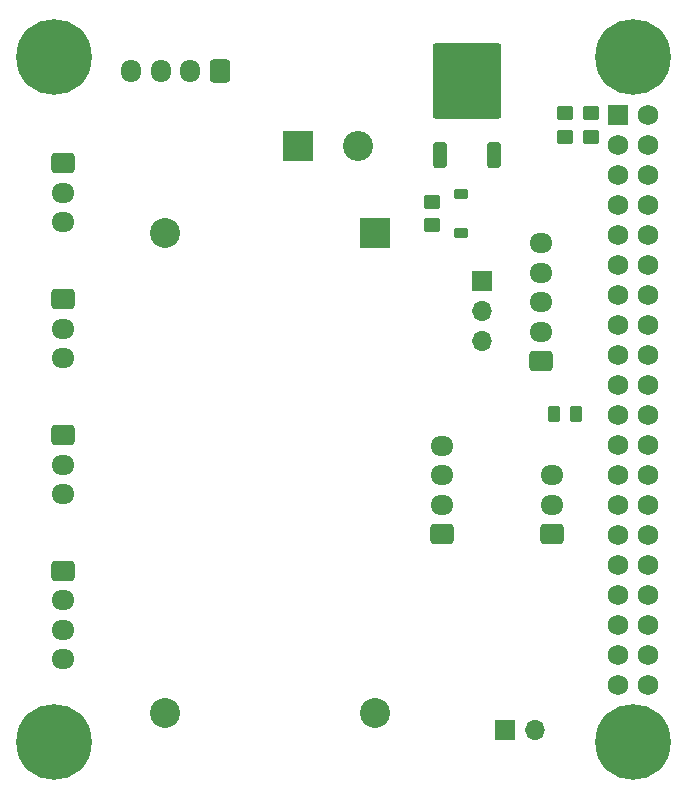
<source format=gbr>
%TF.GenerationSoftware,KiCad,Pcbnew,7.0.2*%
%TF.CreationDate,2024-02-29T19:29:45+01:00*%
%TF.ProjectId,CDFR,43444652-2e6b-4696-9361-645f70636258,rev?*%
%TF.SameCoordinates,Original*%
%TF.FileFunction,Soldermask,Top*%
%TF.FilePolarity,Negative*%
%FSLAX46Y46*%
G04 Gerber Fmt 4.6, Leading zero omitted, Abs format (unit mm)*
G04 Created by KiCad (PCBNEW 7.0.2) date 2024-02-29 19:29:45*
%MOMM*%
%LPD*%
G01*
G04 APERTURE LIST*
G04 Aperture macros list*
%AMRoundRect*
0 Rectangle with rounded corners*
0 $1 Rounding radius*
0 $2 $3 $4 $5 $6 $7 $8 $9 X,Y pos of 4 corners*
0 Add a 4 corners polygon primitive as box body*
4,1,4,$2,$3,$4,$5,$6,$7,$8,$9,$2,$3,0*
0 Add four circle primitives for the rounded corners*
1,1,$1+$1,$2,$3*
1,1,$1+$1,$4,$5*
1,1,$1+$1,$6,$7*
1,1,$1+$1,$8,$9*
0 Add four rect primitives between the rounded corners*
20,1,$1+$1,$2,$3,$4,$5,0*
20,1,$1+$1,$4,$5,$6,$7,0*
20,1,$1+$1,$6,$7,$8,$9,0*
20,1,$1+$1,$8,$9,$2,$3,0*%
G04 Aperture macros list end*
%ADD10RoundRect,0.250000X-0.725000X0.600000X-0.725000X-0.600000X0.725000X-0.600000X0.725000X0.600000X0*%
%ADD11O,1.950000X1.700000*%
%ADD12RoundRect,0.250000X0.725000X-0.600000X0.725000X0.600000X-0.725000X0.600000X-0.725000X-0.600000X0*%
%ADD13RoundRect,0.250000X0.600000X0.725000X-0.600000X0.725000X-0.600000X-0.725000X0.600000X-0.725000X0*%
%ADD14O,1.700000X1.950000*%
%ADD15RoundRect,0.250000X0.350000X-0.850000X0.350000X0.850000X-0.350000X0.850000X-0.350000X-0.850000X0*%
%ADD16RoundRect,0.249997X2.650003X-2.950003X2.650003X2.950003X-2.650003X2.950003X-2.650003X-2.950003X0*%
%ADD17RoundRect,0.250000X0.450000X-0.350000X0.450000X0.350000X-0.450000X0.350000X-0.450000X-0.350000X0*%
%ADD18RoundRect,0.250000X-0.262500X-0.450000X0.262500X-0.450000X0.262500X0.450000X-0.262500X0.450000X0*%
%ADD19R,1.700000X1.700000*%
%ADD20O,1.700000X1.700000*%
%ADD21RoundRect,0.102000X-0.762000X0.762000X-0.762000X-0.762000X0.762000X-0.762000X0.762000X0.762000X0*%
%ADD22C,1.728000*%
%ADD23C,6.404000*%
%ADD24R,2.540000X2.540000*%
%ADD25C,2.540000*%
%ADD26RoundRect,0.225000X-0.375000X0.225000X-0.375000X-0.225000X0.375000X-0.225000X0.375000X0.225000X0*%
%ADD27R,2.550000X2.550000*%
%ADD28C,2.550000*%
G04 APERTURE END LIST*
D10*
%TO.C,J10*%
X110500000Y-75500000D03*
D11*
X110500000Y-78000000D03*
X110500000Y-80500000D03*
X110500000Y-83000000D03*
%TD*%
D12*
%TO.C,J9*%
X142600000Y-72400000D03*
D11*
X142600000Y-69900000D03*
X142600000Y-67400000D03*
X142600000Y-64900000D03*
%TD*%
D13*
%TO.C,J5*%
X123800000Y-33200000D03*
D14*
X121300000Y-33200000D03*
X118800000Y-33200000D03*
X116300000Y-33200000D03*
%TD*%
D15*
%TO.C,Q1*%
X142470000Y-40290000D03*
D16*
X144750000Y-33990000D03*
D15*
X147030000Y-40290000D03*
%TD*%
D17*
%TO.C,R1*%
X153000000Y-38750000D03*
X153000000Y-36750000D03*
%TD*%
D10*
%TO.C,J2*%
X110550000Y-52500000D03*
D11*
X110550000Y-55000000D03*
X110550000Y-57500000D03*
%TD*%
D12*
%TO.C,J8*%
X150975000Y-57750000D03*
D11*
X150975000Y-55250000D03*
X150975000Y-52750000D03*
X150975000Y-50250000D03*
X150975000Y-47750000D03*
%TD*%
D17*
%TO.C,R2*%
X155250000Y-38750000D03*
X155250000Y-36750000D03*
%TD*%
D18*
%TO.C,R3*%
X152087500Y-62250000D03*
X153912500Y-62250000D03*
%TD*%
D19*
%TO.C,JP1*%
X146000000Y-50960000D03*
D20*
X146000000Y-53500000D03*
X146000000Y-56040000D03*
%TD*%
D12*
%TO.C,J4*%
X151900000Y-72400000D03*
D11*
X151900000Y-69900000D03*
X151900000Y-67400000D03*
%TD*%
D10*
%TO.C,J1*%
X110550000Y-41000000D03*
D11*
X110550000Y-43500000D03*
X110550000Y-46000000D03*
%TD*%
D21*
%TO.C,U1*%
X157500000Y-36870000D03*
D22*
X160040000Y-36870000D03*
X157500000Y-39410000D03*
X160040000Y-39410000D03*
X157500000Y-41950000D03*
X160040000Y-41950000D03*
X157500000Y-44490000D03*
X160040000Y-44490000D03*
X157500000Y-47030000D03*
X160040000Y-47030000D03*
X157500000Y-49570000D03*
X160040000Y-49570000D03*
X157500000Y-52110000D03*
X160040000Y-52110000D03*
X157500000Y-54650000D03*
X160040000Y-54650000D03*
X157500000Y-57190000D03*
X160040000Y-57190000D03*
X157500000Y-59730000D03*
X160040000Y-59730000D03*
X157500000Y-62270000D03*
X160040000Y-62270000D03*
X157500000Y-64810000D03*
X160040000Y-64810000D03*
X157500000Y-67350000D03*
X160040000Y-67350000D03*
X157500000Y-69890000D03*
X160040000Y-69890000D03*
X157500000Y-72430000D03*
X160040000Y-72430000D03*
X157500000Y-74970000D03*
X160040000Y-74970000D03*
X157500000Y-77510000D03*
X160040000Y-77510000D03*
X157500000Y-80050000D03*
X160040000Y-80050000D03*
X157500000Y-82590000D03*
X160040000Y-82590000D03*
X157500000Y-85130000D03*
X160040000Y-85130000D03*
D23*
X158770000Y-32000000D03*
X158770000Y-90000000D03*
X109770000Y-90000000D03*
X109770000Y-32000000D03*
%TD*%
D10*
%TO.C,J3*%
X110525000Y-64000000D03*
D11*
X110525000Y-66500000D03*
X110525000Y-69000000D03*
%TD*%
D24*
%TO.C,U3*%
X136890000Y-46930000D03*
D25*
X119110000Y-46930000D03*
X119110000Y-87570000D03*
X136890000Y-87570000D03*
%TD*%
D19*
%TO.C,J6*%
X147960000Y-89000000D03*
D20*
X150500000Y-89000000D03*
%TD*%
D26*
%TO.C,D1*%
X144250000Y-43600000D03*
X144250000Y-46900000D03*
%TD*%
D27*
%TO.C,J7*%
X130420000Y-39500000D03*
D28*
X135500000Y-39500000D03*
%TD*%
D17*
%TO.C,R4*%
X141750000Y-46250000D03*
X141750000Y-44250000D03*
%TD*%
M02*

</source>
